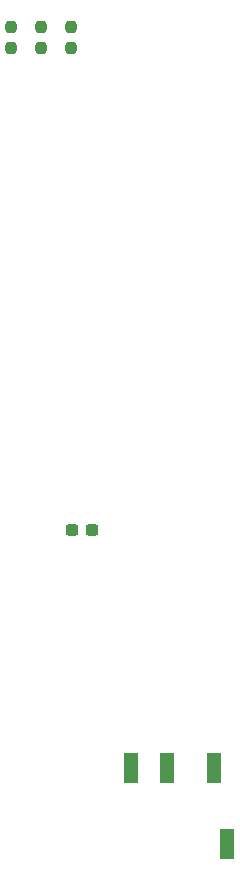
<source format=gtp>
G04 #@! TF.GenerationSoftware,KiCad,Pcbnew,6.0.9-8da3e8f707~116~ubuntu20.04.1*
G04 #@! TF.CreationDate,2022-12-17T22:04:31+01:00*
G04 #@! TF.ProjectId,pcm_pmod,70636d5f-706d-46f6-942e-6b696361645f,rev?*
G04 #@! TF.SameCoordinates,Original*
G04 #@! TF.FileFunction,Paste,Top*
G04 #@! TF.FilePolarity,Positive*
%FSLAX46Y46*%
G04 Gerber Fmt 4.6, Leading zero omitted, Abs format (unit mm)*
G04 Created by KiCad (PCBNEW 6.0.9-8da3e8f707~116~ubuntu20.04.1) date 2022-12-17 22:04:31*
%MOMM*%
%LPD*%
G01*
G04 APERTURE LIST*
G04 Aperture macros list*
%AMRoundRect*
0 Rectangle with rounded corners*
0 $1 Rounding radius*
0 $2 $3 $4 $5 $6 $7 $8 $9 X,Y pos of 4 corners*
0 Add a 4 corners polygon primitive as box body*
4,1,4,$2,$3,$4,$5,$6,$7,$8,$9,$2,$3,0*
0 Add four circle primitives for the rounded corners*
1,1,$1+$1,$2,$3*
1,1,$1+$1,$4,$5*
1,1,$1+$1,$6,$7*
1,1,$1+$1,$8,$9*
0 Add four rect primitives between the rounded corners*
20,1,$1+$1,$2,$3,$4,$5,0*
20,1,$1+$1,$4,$5,$6,$7,0*
20,1,$1+$1,$6,$7,$8,$9,0*
20,1,$1+$1,$8,$9,$2,$3,0*%
G04 Aperture macros list end*
%ADD10RoundRect,0.237500X-0.237500X0.250000X-0.237500X-0.250000X0.237500X-0.250000X0.237500X0.250000X0*%
%ADD11RoundRect,0.237500X0.237500X-0.250000X0.237500X0.250000X-0.237500X0.250000X-0.237500X-0.250000X0*%
%ADD12R,1.200000X2.500000*%
%ADD13RoundRect,0.237500X-0.300000X-0.237500X0.300000X-0.237500X0.300000X0.237500X-0.300000X0.237500X0*%
G04 APERTURE END LIST*
D10*
X106045000Y-71200000D03*
X106045000Y-73025000D03*
D11*
X100965000Y-73025000D03*
X100965000Y-71200000D03*
X103505000Y-73025000D03*
X103505000Y-71200000D03*
D12*
X114125000Y-133910000D03*
X111125000Y-133910000D03*
X119225000Y-140410000D03*
X118125000Y-133910000D03*
D13*
X106071500Y-113792000D03*
X107796500Y-113792000D03*
M02*

</source>
